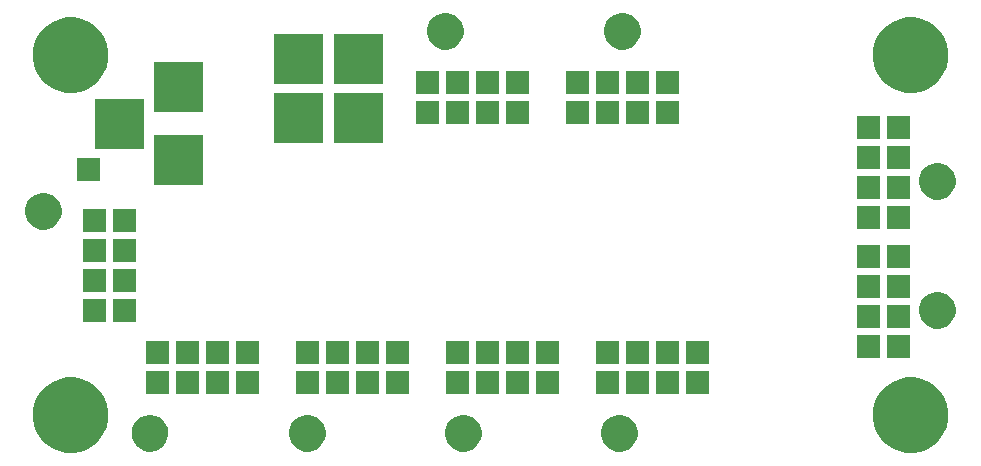
<source format=gbr>
G04 #@! TF.GenerationSoftware,KiCad,Pcbnew,(2017-02-05 revision 431abcf)-makepkg*
G04 #@! TF.CreationDate,2017-03-01T08:03:57+01:00*
G04 #@! TF.ProjectId,UNIPOWER04A,554E49504F5745523034412E6B696361,rev?*
G04 #@! TF.FileFunction,Soldermask,Top*
G04 #@! TF.FilePolarity,Negative*
%FSLAX46Y46*%
G04 Gerber Fmt 4.6, Leading zero omitted, Abs format (unit mm)*
G04 Created by KiCad (PCBNEW (2017-02-05 revision 431abcf)-makepkg) date 03/01/17 08:03:57*
%MOMM*%
%LPD*%
G01*
G04 APERTURE LIST*
%ADD10C,0.300000*%
G04 APERTURE END LIST*
D10*
G36*
X5416110Y8277872D02*
X6030848Y8151685D01*
X6609363Y7908500D01*
X7129631Y7557574D01*
X7571824Y7112283D01*
X7919105Y6589582D01*
X8158249Y6009378D01*
X8280004Y5394466D01*
X8280004Y5394449D01*
X8280137Y5393776D01*
X8270128Y4676993D01*
X8269977Y4676330D01*
X8269977Y4676306D01*
X8131099Y4065032D01*
X7875851Y3491739D01*
X7514107Y2978933D01*
X7059653Y2546162D01*
X6529787Y2209900D01*
X5944712Y1982964D01*
X5326688Y1873989D01*
X4699273Y1887132D01*
X4086359Y2021890D01*
X3511293Y2273129D01*
X2995980Y2631282D01*
X2560044Y3082706D01*
X2220093Y3610208D01*
X1989075Y4193693D01*
X1875790Y4810936D01*
X1884551Y5438424D01*
X2015027Y6052266D01*
X2262248Y6629075D01*
X2616795Y7146877D01*
X3065163Y7585952D01*
X3590276Y7929576D01*
X4172132Y8164661D01*
X4788571Y8282254D01*
X5416110Y8277872D01*
X5416110Y8277872D01*
G37*
G36*
X76536110Y8277872D02*
X77150848Y8151685D01*
X77729363Y7908500D01*
X78249631Y7557574D01*
X78691824Y7112283D01*
X79039105Y6589582D01*
X79278249Y6009378D01*
X79400004Y5394466D01*
X79400004Y5394449D01*
X79400137Y5393776D01*
X79390128Y4676993D01*
X79389977Y4676330D01*
X79389977Y4676306D01*
X79251099Y4065032D01*
X78995851Y3491739D01*
X78634107Y2978933D01*
X78179653Y2546162D01*
X77649787Y2209900D01*
X77064712Y1982964D01*
X76446688Y1873989D01*
X75819273Y1887132D01*
X75206359Y2021890D01*
X74631293Y2273129D01*
X74115980Y2631282D01*
X73680044Y3082706D01*
X73340093Y3610208D01*
X73109075Y4193693D01*
X72995790Y4810936D01*
X73004551Y5438424D01*
X73135027Y6052266D01*
X73382248Y6629075D01*
X73736795Y7146877D01*
X74185163Y7585952D01*
X74710276Y7929576D01*
X75292132Y8164661D01*
X75908571Y8282254D01*
X76536110Y8277872D01*
X76536110Y8277872D01*
G37*
G36*
X38516804Y5104971D02*
X38814569Y5043849D01*
X39094786Y4926057D01*
X39346793Y4756077D01*
X39560980Y4540389D01*
X39729193Y4287206D01*
X39845030Y4006165D01*
X39903934Y3708678D01*
X39903934Y3708658D01*
X39904067Y3707985D01*
X39899219Y3360793D01*
X39899067Y3360125D01*
X39899067Y3360107D01*
X39831878Y3064375D01*
X39708241Y2786680D01*
X39533025Y2538296D01*
X39312897Y2328671D01*
X39056240Y2165792D01*
X38772848Y2055871D01*
X38473489Y2003085D01*
X38169585Y2009452D01*
X37872704Y2074726D01*
X37594159Y2196418D01*
X37344550Y2369902D01*
X37133395Y2588559D01*
X36968731Y2844068D01*
X36856829Y3126697D01*
X36801958Y3425671D01*
X36806202Y3729611D01*
X36869402Y4026946D01*
X36989147Y4306332D01*
X37160884Y4557146D01*
X37378059Y4769820D01*
X37632417Y4936267D01*
X37914249Y5050135D01*
X38212839Y5107094D01*
X38516804Y5104971D01*
X38516804Y5104971D01*
G37*
G36*
X11973804Y5104971D02*
X12271569Y5043849D01*
X12551786Y4926057D01*
X12803793Y4756077D01*
X13017980Y4540389D01*
X13186193Y4287206D01*
X13302030Y4006165D01*
X13360934Y3708678D01*
X13360934Y3708658D01*
X13361067Y3707985D01*
X13356219Y3360793D01*
X13356067Y3360125D01*
X13356067Y3360107D01*
X13288878Y3064375D01*
X13165241Y2786680D01*
X12990025Y2538296D01*
X12769897Y2328671D01*
X12513240Y2165792D01*
X12229848Y2055871D01*
X11930489Y2003085D01*
X11626585Y2009452D01*
X11329704Y2074726D01*
X11051159Y2196418D01*
X10801550Y2369902D01*
X10590395Y2588559D01*
X10425731Y2844068D01*
X10313829Y3126697D01*
X10258958Y3425671D01*
X10263202Y3729611D01*
X10326402Y4026946D01*
X10446147Y4306332D01*
X10617884Y4557146D01*
X10835059Y4769820D01*
X11089417Y4936267D01*
X11371249Y5050135D01*
X11669839Y5107094D01*
X11973804Y5104971D01*
X11973804Y5104971D01*
G37*
G36*
X25308804Y5104971D02*
X25606569Y5043849D01*
X25886786Y4926057D01*
X26138793Y4756077D01*
X26352980Y4540389D01*
X26521193Y4287206D01*
X26637030Y4006165D01*
X26695934Y3708678D01*
X26695934Y3708658D01*
X26696067Y3707985D01*
X26691219Y3360793D01*
X26691067Y3360125D01*
X26691067Y3360107D01*
X26623878Y3064375D01*
X26500241Y2786680D01*
X26325025Y2538296D01*
X26104897Y2328671D01*
X25848240Y2165792D01*
X25564848Y2055871D01*
X25265489Y2003085D01*
X24961585Y2009452D01*
X24664704Y2074726D01*
X24386159Y2196418D01*
X24136550Y2369902D01*
X23925395Y2588559D01*
X23760731Y2844068D01*
X23648829Y3126697D01*
X23593958Y3425671D01*
X23598202Y3729611D01*
X23661402Y4026946D01*
X23781147Y4306332D01*
X23952884Y4557146D01*
X24170059Y4769820D01*
X24424417Y4936267D01*
X24706249Y5050135D01*
X25004839Y5107094D01*
X25308804Y5104971D01*
X25308804Y5104971D01*
G37*
G36*
X51724804Y5104971D02*
X52022569Y5043849D01*
X52302786Y4926057D01*
X52554793Y4756077D01*
X52768980Y4540389D01*
X52937193Y4287206D01*
X53053030Y4006165D01*
X53111934Y3708678D01*
X53111934Y3708658D01*
X53112067Y3707985D01*
X53107219Y3360793D01*
X53107067Y3360125D01*
X53107067Y3360107D01*
X53039878Y3064375D01*
X52916241Y2786680D01*
X52741025Y2538296D01*
X52520897Y2328671D01*
X52264240Y2165792D01*
X51980848Y2055871D01*
X51681489Y2003085D01*
X51377585Y2009452D01*
X51080704Y2074726D01*
X50802159Y2196418D01*
X50552550Y2369902D01*
X50341395Y2588559D01*
X50176731Y2844068D01*
X50064829Y3126697D01*
X50009958Y3425671D01*
X50014202Y3729611D01*
X50077402Y4026946D01*
X50197147Y4306332D01*
X50368884Y4557146D01*
X50586059Y4769820D01*
X50840417Y4936267D01*
X51122249Y5050135D01*
X51420839Y5107094D01*
X51724804Y5104971D01*
X51724804Y5104971D01*
G37*
G36*
X46428000Y6912000D02*
X44504000Y6912000D01*
X44504000Y8836000D01*
X46428000Y8836000D01*
X46428000Y6912000D01*
X46428000Y6912000D01*
G37*
G36*
X26108000Y6912000D02*
X24184000Y6912000D01*
X24184000Y8836000D01*
X26108000Y8836000D01*
X26108000Y6912000D01*
X26108000Y6912000D01*
G37*
G36*
X31188000Y6912000D02*
X29264000Y6912000D01*
X29264000Y8836000D01*
X31188000Y8836000D01*
X31188000Y6912000D01*
X31188000Y6912000D01*
G37*
G36*
X33728000Y6912000D02*
X31804000Y6912000D01*
X31804000Y8836000D01*
X33728000Y8836000D01*
X33728000Y6912000D01*
X33728000Y6912000D01*
G37*
G36*
X51508000Y6912000D02*
X49584000Y6912000D01*
X49584000Y8836000D01*
X51508000Y8836000D01*
X51508000Y6912000D01*
X51508000Y6912000D01*
G37*
G36*
X54048000Y6912000D02*
X52124000Y6912000D01*
X52124000Y8836000D01*
X54048000Y8836000D01*
X54048000Y6912000D01*
X54048000Y6912000D01*
G37*
G36*
X43888000Y6912000D02*
X41964000Y6912000D01*
X41964000Y8836000D01*
X43888000Y8836000D01*
X43888000Y6912000D01*
X43888000Y6912000D01*
G37*
G36*
X41348000Y6912000D02*
X39424000Y6912000D01*
X39424000Y8836000D01*
X41348000Y8836000D01*
X41348000Y6912000D01*
X41348000Y6912000D01*
G37*
G36*
X38808000Y6912000D02*
X36884000Y6912000D01*
X36884000Y8836000D01*
X38808000Y8836000D01*
X38808000Y6912000D01*
X38808000Y6912000D01*
G37*
G36*
X13408000Y6912000D02*
X11484000Y6912000D01*
X11484000Y8836000D01*
X13408000Y8836000D01*
X13408000Y6912000D01*
X13408000Y6912000D01*
G37*
G36*
X15948000Y6912000D02*
X14024000Y6912000D01*
X14024000Y8836000D01*
X15948000Y8836000D01*
X15948000Y6912000D01*
X15948000Y6912000D01*
G37*
G36*
X18488000Y6912000D02*
X16564000Y6912000D01*
X16564000Y8836000D01*
X18488000Y8836000D01*
X18488000Y6912000D01*
X18488000Y6912000D01*
G37*
G36*
X21028000Y6912000D02*
X19104000Y6912000D01*
X19104000Y8836000D01*
X21028000Y8836000D01*
X21028000Y6912000D01*
X21028000Y6912000D01*
G37*
G36*
X56588000Y6912000D02*
X54664000Y6912000D01*
X54664000Y8836000D01*
X56588000Y8836000D01*
X56588000Y6912000D01*
X56588000Y6912000D01*
G37*
G36*
X59128000Y6912000D02*
X57204000Y6912000D01*
X57204000Y8836000D01*
X59128000Y8836000D01*
X59128000Y6912000D01*
X59128000Y6912000D01*
G37*
G36*
X28648000Y6912000D02*
X26724000Y6912000D01*
X26724000Y8836000D01*
X28648000Y8836000D01*
X28648000Y6912000D01*
X28648000Y6912000D01*
G37*
G36*
X59128000Y9452000D02*
X57204000Y9452000D01*
X57204000Y11376000D01*
X59128000Y11376000D01*
X59128000Y9452000D01*
X59128000Y9452000D01*
G37*
G36*
X26108000Y9452000D02*
X24184000Y9452000D01*
X24184000Y11376000D01*
X26108000Y11376000D01*
X26108000Y9452000D01*
X26108000Y9452000D01*
G37*
G36*
X28648000Y9452000D02*
X26724000Y9452000D01*
X26724000Y11376000D01*
X28648000Y11376000D01*
X28648000Y9452000D01*
X28648000Y9452000D01*
G37*
G36*
X31188000Y9452000D02*
X29264000Y9452000D01*
X29264000Y11376000D01*
X31188000Y11376000D01*
X31188000Y9452000D01*
X31188000Y9452000D01*
G37*
G36*
X33728000Y9452000D02*
X31804000Y9452000D01*
X31804000Y11376000D01*
X33728000Y11376000D01*
X33728000Y9452000D01*
X33728000Y9452000D01*
G37*
G36*
X41348000Y9452000D02*
X39424000Y9452000D01*
X39424000Y11376000D01*
X41348000Y11376000D01*
X41348000Y9452000D01*
X41348000Y9452000D01*
G37*
G36*
X13408000Y9452000D02*
X11484000Y9452000D01*
X11484000Y11376000D01*
X13408000Y11376000D01*
X13408000Y9452000D01*
X13408000Y9452000D01*
G37*
G36*
X15948000Y9452000D02*
X14024000Y9452000D01*
X14024000Y11376000D01*
X15948000Y11376000D01*
X15948000Y9452000D01*
X15948000Y9452000D01*
G37*
G36*
X18488000Y9452000D02*
X16564000Y9452000D01*
X16564000Y11376000D01*
X18488000Y11376000D01*
X18488000Y9452000D01*
X18488000Y9452000D01*
G37*
G36*
X21028000Y9452000D02*
X19104000Y9452000D01*
X19104000Y11376000D01*
X21028000Y11376000D01*
X21028000Y9452000D01*
X21028000Y9452000D01*
G37*
G36*
X38808000Y9452000D02*
X36884000Y9452000D01*
X36884000Y11376000D01*
X38808000Y11376000D01*
X38808000Y9452000D01*
X38808000Y9452000D01*
G37*
G36*
X46428000Y9452000D02*
X44504000Y9452000D01*
X44504000Y11376000D01*
X46428000Y11376000D01*
X46428000Y9452000D01*
X46428000Y9452000D01*
G37*
G36*
X51508000Y9452000D02*
X49584000Y9452000D01*
X49584000Y11376000D01*
X51508000Y11376000D01*
X51508000Y9452000D01*
X51508000Y9452000D01*
G37*
G36*
X43888000Y9452000D02*
X41964000Y9452000D01*
X41964000Y11376000D01*
X43888000Y11376000D01*
X43888000Y9452000D01*
X43888000Y9452000D01*
G37*
G36*
X54048000Y9452000D02*
X52124000Y9452000D01*
X52124000Y11376000D01*
X54048000Y11376000D01*
X54048000Y9452000D01*
X54048000Y9452000D01*
G37*
G36*
X56588000Y9452000D02*
X54664000Y9452000D01*
X54664000Y11376000D01*
X56588000Y11376000D01*
X56588000Y9452000D01*
X56588000Y9452000D01*
G37*
G36*
X76146000Y9960000D02*
X74222000Y9960000D01*
X74222000Y11884000D01*
X76146000Y11884000D01*
X76146000Y9960000D01*
X76146000Y9960000D01*
G37*
G36*
X73606000Y9960000D02*
X71682000Y9960000D01*
X71682000Y11884000D01*
X73606000Y11884000D01*
X73606000Y9960000D01*
X73606000Y9960000D01*
G37*
G36*
X78648804Y15518971D02*
X78946569Y15457849D01*
X79226786Y15340057D01*
X79478793Y15170077D01*
X79692980Y14954389D01*
X79861193Y14701206D01*
X79977030Y14420165D01*
X80035934Y14122678D01*
X80035934Y14122658D01*
X80036067Y14121985D01*
X80031219Y13774793D01*
X80031067Y13774125D01*
X80031067Y13774107D01*
X79963878Y13478375D01*
X79840241Y13200680D01*
X79665025Y12952296D01*
X79444897Y12742671D01*
X79188240Y12579792D01*
X78904848Y12469871D01*
X78605489Y12417085D01*
X78301585Y12423452D01*
X78004704Y12488726D01*
X77726159Y12610418D01*
X77476550Y12783902D01*
X77265395Y13002559D01*
X77100731Y13258068D01*
X76988829Y13540697D01*
X76933958Y13839671D01*
X76938202Y14143611D01*
X77001402Y14440946D01*
X77121147Y14720332D01*
X77292884Y14971146D01*
X77510059Y15183820D01*
X77764417Y15350267D01*
X78046249Y15464135D01*
X78344839Y15521094D01*
X78648804Y15518971D01*
X78648804Y15518971D01*
G37*
G36*
X73606000Y12500000D02*
X71682000Y12500000D01*
X71682000Y14424000D01*
X73606000Y14424000D01*
X73606000Y12500000D01*
X73606000Y12500000D01*
G37*
G36*
X76146000Y12500000D02*
X74222000Y12500000D01*
X74222000Y14424000D01*
X76146000Y14424000D01*
X76146000Y12500000D01*
X76146000Y12500000D01*
G37*
G36*
X8074000Y13008000D02*
X6150000Y13008000D01*
X6150000Y14932000D01*
X8074000Y14932000D01*
X8074000Y13008000D01*
X8074000Y13008000D01*
G37*
G36*
X10614000Y13008000D02*
X8690000Y13008000D01*
X8690000Y14932000D01*
X10614000Y14932000D01*
X10614000Y13008000D01*
X10614000Y13008000D01*
G37*
G36*
X76146000Y15040000D02*
X74222000Y15040000D01*
X74222000Y16964000D01*
X76146000Y16964000D01*
X76146000Y15040000D01*
X76146000Y15040000D01*
G37*
G36*
X73606000Y15040000D02*
X71682000Y15040000D01*
X71682000Y16964000D01*
X73606000Y16964000D01*
X73606000Y15040000D01*
X73606000Y15040000D01*
G37*
G36*
X8074000Y15548000D02*
X6150000Y15548000D01*
X6150000Y17472000D01*
X8074000Y17472000D01*
X8074000Y15548000D01*
X8074000Y15548000D01*
G37*
G36*
X10614000Y15548000D02*
X8690000Y15548000D01*
X8690000Y17472000D01*
X10614000Y17472000D01*
X10614000Y15548000D01*
X10614000Y15548000D01*
G37*
G36*
X73606000Y17580000D02*
X71682000Y17580000D01*
X71682000Y19504000D01*
X73606000Y19504000D01*
X73606000Y17580000D01*
X73606000Y17580000D01*
G37*
G36*
X76146000Y17580000D02*
X74222000Y17580000D01*
X74222000Y19504000D01*
X76146000Y19504000D01*
X76146000Y17580000D01*
X76146000Y17580000D01*
G37*
G36*
X10614000Y18088000D02*
X8690000Y18088000D01*
X8690000Y20012000D01*
X10614000Y20012000D01*
X10614000Y18088000D01*
X10614000Y18088000D01*
G37*
G36*
X8074000Y18088000D02*
X6150000Y18088000D01*
X6150000Y20012000D01*
X8074000Y20012000D01*
X8074000Y18088000D01*
X8074000Y18088000D01*
G37*
G36*
X10614000Y20628000D02*
X8690000Y20628000D01*
X8690000Y22552000D01*
X10614000Y22552000D01*
X10614000Y20628000D01*
X10614000Y20628000D01*
G37*
G36*
X8074000Y20628000D02*
X6150000Y20628000D01*
X6150000Y22552000D01*
X8074000Y22552000D01*
X8074000Y20628000D01*
X8074000Y20628000D01*
G37*
G36*
X2956804Y23900971D02*
X3254569Y23839849D01*
X3534786Y23722057D01*
X3786793Y23552077D01*
X4000980Y23336389D01*
X4169193Y23083206D01*
X4285030Y22802165D01*
X4343934Y22504678D01*
X4343934Y22504658D01*
X4344067Y22503985D01*
X4339219Y22156793D01*
X4339067Y22156125D01*
X4339067Y22156107D01*
X4271878Y21860375D01*
X4148241Y21582680D01*
X3973025Y21334296D01*
X3752897Y21124671D01*
X3496240Y20961792D01*
X3212848Y20851871D01*
X2913489Y20799085D01*
X2609585Y20805452D01*
X2312704Y20870726D01*
X2034159Y20992418D01*
X1784550Y21165902D01*
X1573395Y21384559D01*
X1408731Y21640068D01*
X1296829Y21922697D01*
X1241958Y22221671D01*
X1246202Y22525611D01*
X1309402Y22822946D01*
X1429147Y23102332D01*
X1600884Y23353146D01*
X1818059Y23565820D01*
X2072417Y23732267D01*
X2354249Y23846135D01*
X2652839Y23903094D01*
X2956804Y23900971D01*
X2956804Y23900971D01*
G37*
G36*
X76146000Y20882000D02*
X74222000Y20882000D01*
X74222000Y22806000D01*
X76146000Y22806000D01*
X76146000Y20882000D01*
X76146000Y20882000D01*
G37*
G36*
X73606000Y20882000D02*
X71682000Y20882000D01*
X71682000Y22806000D01*
X73606000Y22806000D01*
X73606000Y20882000D01*
X73606000Y20882000D01*
G37*
G36*
X78648804Y26440971D02*
X78946569Y26379849D01*
X79226786Y26262057D01*
X79478793Y26092077D01*
X79692980Y25876389D01*
X79861193Y25623206D01*
X79977030Y25342165D01*
X80035934Y25044678D01*
X80035934Y25044658D01*
X80036067Y25043985D01*
X80031219Y24696793D01*
X80031067Y24696125D01*
X80031067Y24696107D01*
X79963878Y24400375D01*
X79840241Y24122680D01*
X79665025Y23874296D01*
X79444897Y23664671D01*
X79188240Y23501792D01*
X78904848Y23391871D01*
X78605489Y23339085D01*
X78301585Y23345452D01*
X78004704Y23410726D01*
X77726159Y23532418D01*
X77476550Y23705902D01*
X77265395Y23924559D01*
X77100731Y24180068D01*
X76988829Y24462697D01*
X76933958Y24761671D01*
X76938202Y25065611D01*
X77001402Y25362946D01*
X77121147Y25642332D01*
X77292884Y25893146D01*
X77510059Y26105820D01*
X77764417Y26272267D01*
X78046249Y26386135D01*
X78344839Y26443094D01*
X78648804Y26440971D01*
X78648804Y26440971D01*
G37*
G36*
X76146000Y23422000D02*
X74222000Y23422000D01*
X74222000Y25346000D01*
X76146000Y25346000D01*
X76146000Y23422000D01*
X76146000Y23422000D01*
G37*
G36*
X73606000Y23422000D02*
X71682000Y23422000D01*
X71682000Y25346000D01*
X73606000Y25346000D01*
X73606000Y23422000D01*
X73606000Y23422000D01*
G37*
G36*
X16329000Y24565000D02*
X12119000Y24565000D01*
X12119000Y28775000D01*
X16329000Y28775000D01*
X16329000Y24565000D01*
X16329000Y24565000D01*
G37*
G36*
X7566000Y24946000D02*
X5642000Y24946000D01*
X5642000Y26870000D01*
X7566000Y26870000D01*
X7566000Y24946000D01*
X7566000Y24946000D01*
G37*
G36*
X76146000Y25962000D02*
X74222000Y25962000D01*
X74222000Y27886000D01*
X76146000Y27886000D01*
X76146000Y25962000D01*
X76146000Y25962000D01*
G37*
G36*
X73606000Y25962000D02*
X71682000Y25962000D01*
X71682000Y27886000D01*
X73606000Y27886000D01*
X73606000Y25962000D01*
X73606000Y25962000D01*
G37*
G36*
X11329000Y27665000D02*
X7119000Y27665000D01*
X7119000Y31875000D01*
X11329000Y31875000D01*
X11329000Y27665000D01*
X11329000Y27665000D01*
G37*
G36*
X26489000Y28121000D02*
X22279000Y28121000D01*
X22279000Y32331000D01*
X26489000Y32331000D01*
X26489000Y28121000D01*
X26489000Y28121000D01*
G37*
G36*
X31569000Y28121000D02*
X27359000Y28121000D01*
X27359000Y32331000D01*
X31569000Y32331000D01*
X31569000Y28121000D01*
X31569000Y28121000D01*
G37*
G36*
X73606000Y28502000D02*
X71682000Y28502000D01*
X71682000Y30426000D01*
X73606000Y30426000D01*
X73606000Y28502000D01*
X73606000Y28502000D01*
G37*
G36*
X76146000Y28502000D02*
X74222000Y28502000D01*
X74222000Y30426000D01*
X76146000Y30426000D01*
X76146000Y28502000D01*
X76146000Y28502000D01*
G37*
G36*
X38808000Y29772000D02*
X36884000Y29772000D01*
X36884000Y31696000D01*
X38808000Y31696000D01*
X38808000Y29772000D01*
X38808000Y29772000D01*
G37*
G36*
X56588000Y29772000D02*
X54664000Y29772000D01*
X54664000Y31696000D01*
X56588000Y31696000D01*
X56588000Y29772000D01*
X56588000Y29772000D01*
G37*
G36*
X54048000Y29772000D02*
X52124000Y29772000D01*
X52124000Y31696000D01*
X54048000Y31696000D01*
X54048000Y29772000D01*
X54048000Y29772000D01*
G37*
G36*
X51508000Y29772000D02*
X49584000Y29772000D01*
X49584000Y31696000D01*
X51508000Y31696000D01*
X51508000Y29772000D01*
X51508000Y29772000D01*
G37*
G36*
X48968000Y29772000D02*
X47044000Y29772000D01*
X47044000Y31696000D01*
X48968000Y31696000D01*
X48968000Y29772000D01*
X48968000Y29772000D01*
G37*
G36*
X43888000Y29772000D02*
X41964000Y29772000D01*
X41964000Y31696000D01*
X43888000Y31696000D01*
X43888000Y29772000D01*
X43888000Y29772000D01*
G37*
G36*
X41348000Y29772000D02*
X39424000Y29772000D01*
X39424000Y31696000D01*
X41348000Y31696000D01*
X41348000Y29772000D01*
X41348000Y29772000D01*
G37*
G36*
X36268000Y29772000D02*
X34344000Y29772000D01*
X34344000Y31696000D01*
X36268000Y31696000D01*
X36268000Y29772000D01*
X36268000Y29772000D01*
G37*
G36*
X16329000Y30765000D02*
X12119000Y30765000D01*
X12119000Y34975000D01*
X16329000Y34975000D01*
X16329000Y30765000D01*
X16329000Y30765000D01*
G37*
G36*
X36268000Y32312000D02*
X34344000Y32312000D01*
X34344000Y34236000D01*
X36268000Y34236000D01*
X36268000Y32312000D01*
X36268000Y32312000D01*
G37*
G36*
X54048000Y32312000D02*
X52124000Y32312000D01*
X52124000Y34236000D01*
X54048000Y34236000D01*
X54048000Y32312000D01*
X54048000Y32312000D01*
G37*
G36*
X51508000Y32312000D02*
X49584000Y32312000D01*
X49584000Y34236000D01*
X51508000Y34236000D01*
X51508000Y32312000D01*
X51508000Y32312000D01*
G37*
G36*
X48968000Y32312000D02*
X47044000Y32312000D01*
X47044000Y34236000D01*
X48968000Y34236000D01*
X48968000Y32312000D01*
X48968000Y32312000D01*
G37*
G36*
X43888000Y32312000D02*
X41964000Y32312000D01*
X41964000Y34236000D01*
X43888000Y34236000D01*
X43888000Y32312000D01*
X43888000Y32312000D01*
G37*
G36*
X41348000Y32312000D02*
X39424000Y32312000D01*
X39424000Y34236000D01*
X41348000Y34236000D01*
X41348000Y32312000D01*
X41348000Y32312000D01*
G37*
G36*
X38808000Y32312000D02*
X36884000Y32312000D01*
X36884000Y34236000D01*
X38808000Y34236000D01*
X38808000Y32312000D01*
X38808000Y32312000D01*
G37*
G36*
X56588000Y32312000D02*
X54664000Y32312000D01*
X54664000Y34236000D01*
X56588000Y34236000D01*
X56588000Y32312000D01*
X56588000Y32312000D01*
G37*
G36*
X76536110Y38757872D02*
X77150848Y38631685D01*
X77729363Y38388500D01*
X78249631Y38037574D01*
X78691824Y37592283D01*
X79039105Y37069582D01*
X79278249Y36489378D01*
X79400004Y35874466D01*
X79400004Y35874449D01*
X79400137Y35873776D01*
X79390128Y35156993D01*
X79389977Y35156330D01*
X79389977Y35156306D01*
X79251099Y34545032D01*
X78995851Y33971739D01*
X78634107Y33458933D01*
X78179653Y33026162D01*
X77649787Y32689900D01*
X77064712Y32462964D01*
X76446688Y32353989D01*
X75819273Y32367132D01*
X75206359Y32501890D01*
X74631293Y32753129D01*
X74115980Y33111282D01*
X73680044Y33562706D01*
X73340093Y34090208D01*
X73109075Y34673693D01*
X72995790Y35290936D01*
X73004551Y35918424D01*
X73135027Y36532266D01*
X73382248Y37109075D01*
X73736795Y37626877D01*
X74185163Y38065952D01*
X74710276Y38409576D01*
X75292132Y38644661D01*
X75908571Y38762254D01*
X76536110Y38757872D01*
X76536110Y38757872D01*
G37*
G36*
X5416110Y38757872D02*
X6030848Y38631685D01*
X6609363Y38388500D01*
X7129631Y38037574D01*
X7571824Y37592283D01*
X7919105Y37069582D01*
X8158249Y36489378D01*
X8280004Y35874466D01*
X8280004Y35874449D01*
X8280137Y35873776D01*
X8270128Y35156993D01*
X8269977Y35156330D01*
X8269977Y35156306D01*
X8131099Y34545032D01*
X7875851Y33971739D01*
X7514107Y33458933D01*
X7059653Y33026162D01*
X6529787Y32689900D01*
X5944712Y32462964D01*
X5326688Y32353989D01*
X4699273Y32367132D01*
X4086359Y32501890D01*
X3511293Y32753129D01*
X2995980Y33111282D01*
X2560044Y33562706D01*
X2220093Y34090208D01*
X1989075Y34673693D01*
X1875790Y35290936D01*
X1884551Y35918424D01*
X2015027Y36532266D01*
X2262248Y37109075D01*
X2616795Y37626877D01*
X3065163Y38065952D01*
X3590276Y38409576D01*
X4172132Y38644661D01*
X4788571Y38762254D01*
X5416110Y38757872D01*
X5416110Y38757872D01*
G37*
G36*
X31569000Y33121000D02*
X27359000Y33121000D01*
X27359000Y37331000D01*
X31569000Y37331000D01*
X31569000Y33121000D01*
X31569000Y33121000D01*
G37*
G36*
X26489000Y33121000D02*
X22279000Y33121000D01*
X22279000Y37331000D01*
X26489000Y37331000D01*
X26489000Y33121000D01*
X26489000Y33121000D01*
G37*
G36*
X36992804Y39140971D02*
X37290569Y39079849D01*
X37570786Y38962057D01*
X37822793Y38792077D01*
X38036980Y38576389D01*
X38205193Y38323206D01*
X38321030Y38042165D01*
X38379934Y37744678D01*
X38379934Y37744658D01*
X38380067Y37743985D01*
X38375219Y37396793D01*
X38375067Y37396125D01*
X38375067Y37396107D01*
X38307878Y37100375D01*
X38184241Y36822680D01*
X38009025Y36574296D01*
X37788897Y36364671D01*
X37532240Y36201792D01*
X37248848Y36091871D01*
X36949489Y36039085D01*
X36645585Y36045452D01*
X36348704Y36110726D01*
X36070159Y36232418D01*
X35820550Y36405902D01*
X35609395Y36624559D01*
X35444731Y36880068D01*
X35332829Y37162697D01*
X35277958Y37461671D01*
X35282202Y37765611D01*
X35345402Y38062946D01*
X35465147Y38342332D01*
X35636884Y38593146D01*
X35854059Y38805820D01*
X36108417Y38972267D01*
X36390249Y39086135D01*
X36688839Y39143094D01*
X36992804Y39140971D01*
X36992804Y39140971D01*
G37*
G36*
X51978804Y39140971D02*
X52276569Y39079849D01*
X52556786Y38962057D01*
X52808793Y38792077D01*
X53022980Y38576389D01*
X53191193Y38323206D01*
X53307030Y38042165D01*
X53365934Y37744678D01*
X53365934Y37744658D01*
X53366067Y37743985D01*
X53361219Y37396793D01*
X53361067Y37396125D01*
X53361067Y37396107D01*
X53293878Y37100375D01*
X53170241Y36822680D01*
X52995025Y36574296D01*
X52774897Y36364671D01*
X52518240Y36201792D01*
X52234848Y36091871D01*
X51935489Y36039085D01*
X51631585Y36045452D01*
X51334704Y36110726D01*
X51056159Y36232418D01*
X50806550Y36405902D01*
X50595395Y36624559D01*
X50430731Y36880068D01*
X50318829Y37162697D01*
X50263958Y37461671D01*
X50268202Y37765611D01*
X50331402Y38062946D01*
X50451147Y38342332D01*
X50622884Y38593146D01*
X50840059Y38805820D01*
X51094417Y38972267D01*
X51376249Y39086135D01*
X51674839Y39143094D01*
X51978804Y39140971D01*
X51978804Y39140971D01*
G37*
M02*

</source>
